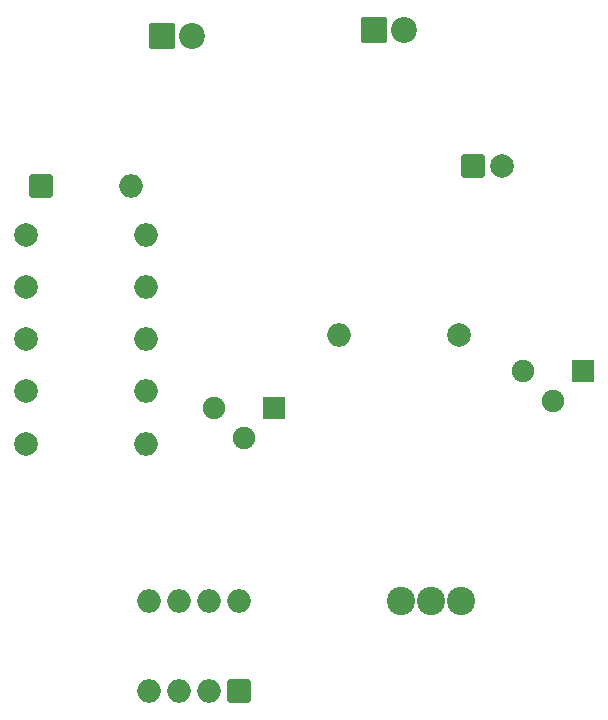
<source format=gbr>
%TF.GenerationSoftware,KiCad,Pcbnew,8.0.1*%
%TF.CreationDate,2024-04-02T10:29:12+02:00*%
%TF.ProjectId,RobiV4,526f6269-5634-42e6-9b69-6361645f7063,rev?*%
%TF.SameCoordinates,Original*%
%TF.FileFunction,Soldermask,Top*%
%TF.FilePolarity,Negative*%
%FSLAX46Y46*%
G04 Gerber Fmt 4.6, Leading zero omitted, Abs format (unit mm)*
G04 Created by KiCad (PCBNEW 8.0.1) date 2024-04-02 10:29:12*
%MOMM*%
%LPD*%
G01*
G04 APERTURE LIST*
G04 Aperture macros list*
%AMRoundRect*
0 Rectangle with rounded corners*
0 $1 Rounding radius*
0 $2 $3 $4 $5 $6 $7 $8 $9 X,Y pos of 4 corners*
0 Add a 4 corners polygon primitive as box body*
4,1,4,$2,$3,$4,$5,$6,$7,$8,$9,$2,$3,0*
0 Add four circle primitives for the rounded corners*
1,1,$1+$1,$2,$3*
1,1,$1+$1,$4,$5*
1,1,$1+$1,$6,$7*
1,1,$1+$1,$8,$9*
0 Add four rect primitives between the rounded corners*
20,1,$1+$1,$2,$3,$4,$5,0*
20,1,$1+$1,$4,$5,$6,$7,0*
20,1,$1+$1,$6,$7,$8,$9,0*
20,1,$1+$1,$8,$9,$2,$3,0*%
G04 Aperture macros list end*
%ADD10RoundRect,0.200000X-0.900000X-0.900000X0.900000X-0.900000X0.900000X0.900000X-0.900000X0.900000X0*%
%ADD11C,2.200000*%
%ADD12RoundRect,0.200000X-0.800000X-0.800000X0.800000X-0.800000X0.800000X0.800000X-0.800000X0.800000X0*%
%ADD13C,2.000000*%
%ADD14O,2.000000X2.000000*%
%ADD15C,1.900000*%
%ADD16RoundRect,0.200000X-0.750000X-0.750000X0.750000X-0.750000X0.750000X0.750000X-0.750000X0.750000X0*%
%ADD17C,2.400000*%
%ADD18RoundRect,0.200000X0.800000X-0.800000X0.800000X0.800000X-0.800000X0.800000X-0.800000X-0.800000X0*%
G04 APERTURE END LIST*
D10*
%TO.C,D1*%
X123444000Y-55245000D03*
D11*
X125984000Y-55245000D03*
%TD*%
D10*
%TO.C,D2*%
X141351000Y-54737000D03*
D11*
X143891000Y-54737000D03*
%TD*%
D12*
%TO.C,C1*%
X149733000Y-66294000D03*
D13*
X152233000Y-66294000D03*
%TD*%
D12*
%TO.C,D3*%
X113216001Y-67945000D03*
D14*
X120836001Y-67945000D03*
%TD*%
D15*
%TO.C,T1*%
X127863600Y-86766400D03*
X130403600Y-89306400D03*
D16*
X132943600Y-86766400D03*
%TD*%
D15*
%TO.C,T2*%
X153974800Y-83642200D03*
X156514800Y-86182200D03*
D16*
X159054800Y-83642200D03*
%TD*%
D13*
%TO.C,R3*%
X111946001Y-80951400D03*
D14*
X122106001Y-80951400D03*
%TD*%
D13*
%TO.C,R4*%
X111946001Y-85370200D03*
D14*
X122106001Y-85370200D03*
%TD*%
D13*
%TO.C,R5*%
X111946001Y-76532600D03*
D14*
X122106001Y-76532600D03*
%TD*%
D13*
%TO.C,R6*%
X111946001Y-89789000D03*
D14*
X122106001Y-89789000D03*
%TD*%
D13*
%TO.C,R1on1*%
X111946001Y-72113800D03*
D14*
X122106001Y-72113800D03*
%TD*%
D17*
%TO.C,S1*%
X143637000Y-103124000D03*
X146177000Y-103124000D03*
X148717000Y-103124000D03*
%TD*%
D18*
%TO.C,U1*%
X129921000Y-110744000D03*
D14*
X127381000Y-110744000D03*
X124841000Y-110744000D03*
X122301000Y-110744000D03*
X122301000Y-103124000D03*
X124841000Y-103124000D03*
X127381000Y-103124000D03*
X129921000Y-103124000D03*
%TD*%
D13*
%TO.C,R1off1*%
X148590000Y-80568800D03*
D14*
X138430000Y-80568800D03*
%TD*%
M02*

</source>
